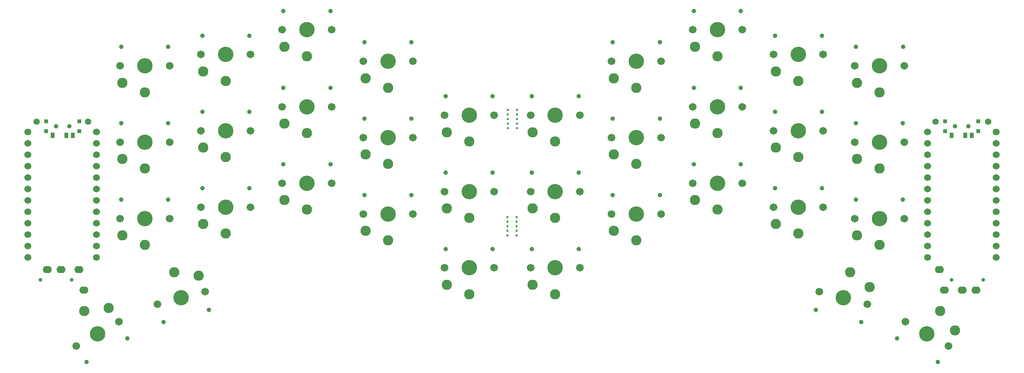
<source format=gbr>
%TF.GenerationSoftware,KiCad,Pcbnew,9.0.2*%
%TF.CreationDate,2025-05-16T23:43:09+01:00*%
%TF.ProjectId,my_sweepv2,6d795f73-7765-4657-9076-322e6b696361,rev?*%
%TF.SameCoordinates,Original*%
%TF.FileFunction,Soldermask,Bot*%
%TF.FilePolarity,Negative*%
%FSLAX46Y46*%
G04 Gerber Fmt 4.6, Leading zero omitted, Abs format (unit mm)*
G04 Created by KiCad (PCBNEW 9.0.2) date 2025-05-16 23:43:09*
%MOMM*%
%LPD*%
G01*
G04 APERTURE LIST*
%ADD10C,1.524000*%
%ADD11C,0.800000*%
%ADD12O,2.000000X1.600000*%
%ADD13C,1.701800*%
%ADD14C,0.990600*%
%ADD15C,3.429000*%
%ADD16C,2.282000*%
%ADD17C,0.500000*%
%ADD18C,1.397000*%
%ADD19C,1.000000*%
%ADD20R,0.900000X0.900000*%
%ADD21R,0.900000X1.250000*%
G04 APERTURE END LIST*
D10*
%TO.C,U1*%
X237789400Y-53086000D03*
X237789400Y-55626000D03*
X237789400Y-58166000D03*
X237789400Y-60706000D03*
X237789400Y-63246000D03*
X237789400Y-65786000D03*
X237789400Y-68326000D03*
X237789400Y-70866000D03*
X237789400Y-73406000D03*
X237789400Y-75946000D03*
X237789400Y-78486000D03*
X237789400Y-81026000D03*
X222569400Y-81026000D03*
X222569400Y-78486000D03*
X222569400Y-75946000D03*
X222569400Y-73406000D03*
X222569400Y-70866000D03*
X222569400Y-68326000D03*
X222569400Y-65786000D03*
X222569400Y-63246000D03*
X222569400Y-60706000D03*
X222569400Y-58166000D03*
X222569400Y-55626000D03*
X222569400Y-53086000D03*
%TD*%
D11*
%TO.C,J2*%
X234874000Y-86052000D03*
X227874000Y-86052000D03*
D12*
X230274000Y-88352000D03*
X233274000Y-88352000D03*
X225174000Y-83752000D03*
X226274000Y-88352000D03*
%TD*%
D13*
%TO.C,SW16*%
X170356000Y-64516000D03*
D14*
X170636000Y-60316000D03*
D15*
X175856000Y-64516000D03*
D14*
X181076000Y-60316000D03*
D13*
X181356000Y-64516000D03*
D16*
X175856000Y-70416000D03*
X170856000Y-68316000D03*
%TD*%
D13*
%TO.C,SW20*%
X227149140Y-100832000D03*
D14*
X224806653Y-104329307D03*
D15*
X222386000Y-98082000D03*
D14*
X215765347Y-99109307D03*
D13*
X217622860Y-95332000D03*
D16*
X225336000Y-92972450D03*
X228616127Y-97291103D03*
%TD*%
D13*
%TO.C,SW15*%
X152356000Y-71374000D03*
D14*
X152636000Y-67174000D03*
D15*
X157856000Y-71374000D03*
D14*
X163076000Y-67174000D03*
D13*
X163356000Y-71374000D03*
D16*
X157856000Y-77274000D03*
X152856000Y-75174000D03*
%TD*%
D13*
%TO.C,SW21*%
X209138592Y-91505505D03*
D14*
X207781093Y-95489924D03*
D15*
X203826000Y-90082000D03*
D14*
X197696827Y-92787853D03*
D13*
X198513408Y-88658495D03*
D16*
X205353032Y-84383038D03*
X209639142Y-87705577D03*
%TD*%
D13*
%TO.C,SW17*%
X188356000Y-69850000D03*
D14*
X188636000Y-65650000D03*
D15*
X193856000Y-69850000D03*
D14*
X199076000Y-65650000D03*
D13*
X199356000Y-69850000D03*
D16*
X193856000Y-75750000D03*
X188856000Y-73650000D03*
%TD*%
D13*
%TO.C,SW18*%
X206336000Y-72390000D03*
D14*
X206616000Y-68190000D03*
D15*
X211836000Y-72390000D03*
D14*
X217056000Y-68190000D03*
D13*
X217336000Y-72390000D03*
D16*
X211836000Y-78290000D03*
X206836000Y-76190000D03*
%TD*%
D13*
%TO.C,SW4*%
X170356000Y-30382000D03*
D14*
X170636000Y-26182000D03*
D15*
X175856000Y-30382000D03*
D14*
X181076000Y-26182000D03*
D13*
X181356000Y-30382000D03*
D16*
X175856000Y-36282000D03*
X170856000Y-34182000D03*
%TD*%
D13*
%TO.C,SW3*%
X152356000Y-37382000D03*
D14*
X152636000Y-33182000D03*
D15*
X157856000Y-37382000D03*
D14*
X163076000Y-33182000D03*
D13*
X163356000Y-37382000D03*
D16*
X157856000Y-43282000D03*
X152856000Y-41182000D03*
%TD*%
D13*
%TO.C,SW9*%
X152356000Y-54356000D03*
D14*
X152636000Y-50156000D03*
D15*
X157856000Y-54356000D03*
D14*
X163076000Y-50156000D03*
D13*
X163356000Y-54356000D03*
D16*
X157856000Y-60256000D03*
X152856000Y-58156000D03*
%TD*%
D13*
%TO.C,SW14*%
X134356000Y-83382000D03*
D14*
X134636000Y-79182000D03*
D15*
X139856000Y-83382000D03*
D14*
X145076000Y-79182000D03*
D13*
X145356000Y-83382000D03*
D16*
X139856000Y-89282000D03*
X134856000Y-87182000D03*
%TD*%
D13*
%TO.C,SW12*%
X206336000Y-55372000D03*
D14*
X206616000Y-51172000D03*
D15*
X211836000Y-55372000D03*
D14*
X217056000Y-51172000D03*
D13*
X217336000Y-55372000D03*
D16*
X211836000Y-61272000D03*
X206836000Y-59172000D03*
%TD*%
D13*
%TO.C,SW11*%
X188356000Y-52832000D03*
D14*
X188636000Y-48632000D03*
D15*
X193856000Y-52832000D03*
D14*
X199076000Y-48632000D03*
D13*
X199356000Y-52832000D03*
D16*
X193856000Y-58732000D03*
X188856000Y-56632000D03*
%TD*%
D13*
%TO.C,SW8*%
X134356000Y-66382000D03*
D14*
X134636000Y-62182000D03*
D15*
X139856000Y-66382000D03*
D14*
X145076000Y-62182000D03*
D13*
X145356000Y-66382000D03*
D16*
X139856000Y-72282000D03*
X134856000Y-70182000D03*
%TD*%
D13*
%TO.C,SW6*%
X206356000Y-38382000D03*
D14*
X206636000Y-34182000D03*
D15*
X211856000Y-38382000D03*
D14*
X217076000Y-34182000D03*
D13*
X217356000Y-38382000D03*
D16*
X211856000Y-44282000D03*
X206856000Y-42182000D03*
%TD*%
D13*
%TO.C,SW5*%
X188356000Y-35882000D03*
D14*
X188636000Y-31682000D03*
D15*
X193856000Y-35882000D03*
D14*
X199076000Y-31682000D03*
D13*
X199356000Y-35882000D03*
D16*
X193856000Y-41782000D03*
X188856000Y-39682000D03*
%TD*%
D13*
%TO.C,SW2*%
X134356000Y-49382000D03*
D14*
X134636000Y-45182000D03*
D15*
X139856000Y-49382000D03*
D14*
X145076000Y-45182000D03*
D13*
X145356000Y-49382000D03*
D16*
X139856000Y-55282000D03*
X134856000Y-53182000D03*
%TD*%
D17*
%TO.C,mouse-bite-2mm-slot*%
X129269481Y-72060748D03*
X129269481Y-73076748D03*
X129269481Y-74092748D03*
X129269481Y-75108748D03*
X129269481Y-76124748D03*
X131301481Y-72060748D03*
X131301481Y-73076748D03*
X131301481Y-74092748D03*
X131301481Y-75108748D03*
X131301481Y-76124748D03*
%TD*%
D13*
%TO.C,SW10*%
X170356000Y-47498000D03*
D14*
X170636000Y-43298000D03*
D15*
X175856000Y-47498000D03*
D14*
X181076000Y-43298000D03*
D13*
X181356000Y-47498000D03*
D16*
X175856000Y-53398000D03*
X170856000Y-51298000D03*
%TD*%
D18*
%TO.C,B+*%
X235966000Y-50800000D03*
%TD*%
%TO.C,B-*%
X224282000Y-50800000D03*
%TD*%
D10*
%TO.C,U2*%
X37937400Y-53086000D03*
X37937400Y-55626000D03*
X37937400Y-58166000D03*
X37937400Y-60706000D03*
X37937400Y-63246000D03*
X37937400Y-65786000D03*
X37937400Y-68326000D03*
X37937400Y-70866000D03*
X37937400Y-73406000D03*
X37937400Y-75946000D03*
X37937400Y-78486000D03*
X37937400Y-81026000D03*
X22717400Y-81026000D03*
X22717400Y-78486000D03*
X22717400Y-75946000D03*
X22717400Y-73406000D03*
X22717400Y-70866000D03*
X22717400Y-68326000D03*
X22717400Y-65786000D03*
X22717400Y-63246000D03*
X22717400Y-60706000D03*
X22717400Y-58166000D03*
X22717400Y-55626000D03*
X22717400Y-53086000D03*
%TD*%
D11*
%TO.C,J1*%
X25476000Y-86052000D03*
X32476000Y-86052000D03*
D12*
X30076000Y-83752000D03*
X27076000Y-83752000D03*
X35176000Y-88352000D03*
X34076000Y-83752000D03*
%TD*%
D13*
%TO.C,SW17_r1*%
X43186000Y-72390000D03*
D14*
X43466000Y-68190000D03*
D15*
X48686000Y-72390000D03*
D14*
X53906000Y-68190000D03*
D13*
X54186000Y-72390000D03*
D16*
X48686000Y-78290000D03*
X43686000Y-76190000D03*
%TD*%
D13*
%TO.C,SW11_r1*%
X61200000Y-52832000D03*
D14*
X61480000Y-48632000D03*
D15*
X66700000Y-52832000D03*
D14*
X71920000Y-48632000D03*
D13*
X72200000Y-52832000D03*
D16*
X66700000Y-58732000D03*
X61700000Y-56632000D03*
%TD*%
D13*
%TO.C,SW15_r1*%
X79188000Y-64516000D03*
D14*
X79468000Y-60316000D03*
D15*
X84688000Y-64516000D03*
D14*
X89908000Y-60316000D03*
D13*
X90188000Y-64516000D03*
D16*
X84688000Y-70416000D03*
X79688000Y-68316000D03*
%TD*%
D13*
%TO.C,SW18_r1*%
X97214000Y-71374000D03*
D14*
X97494000Y-67174000D03*
D15*
X102714000Y-71374000D03*
D14*
X107934000Y-67174000D03*
D13*
X108214000Y-71374000D03*
D16*
X102714000Y-77274000D03*
X97714000Y-75174000D03*
%TD*%
D13*
%TO.C,SW6_r1*%
X43186000Y-38382000D03*
D14*
X43466000Y-34182000D03*
D15*
X48686000Y-38382000D03*
D14*
X53906000Y-34182000D03*
D13*
X54186000Y-38382000D03*
D16*
X48686000Y-44282000D03*
X43686000Y-42182000D03*
%TD*%
D13*
%TO.C,SW5_r1*%
X61200000Y-35882000D03*
D14*
X61480000Y-31682000D03*
D15*
X66700000Y-35882000D03*
D14*
X71920000Y-31682000D03*
D13*
X72200000Y-35882000D03*
D16*
X66700000Y-41782000D03*
X61700000Y-39682000D03*
%TD*%
D13*
%TO.C,SW2_r1*%
X115232000Y-49382000D03*
D14*
X115512000Y-45182000D03*
D15*
X120732000Y-49382000D03*
D14*
X125952000Y-45182000D03*
D13*
X126232000Y-49382000D03*
D16*
X120732000Y-55282000D03*
X115732000Y-53182000D03*
%TD*%
D13*
%TO.C,SW16_r1*%
X61200000Y-69850000D03*
D14*
X61480000Y-65650000D03*
D15*
X66700000Y-69850000D03*
D14*
X71920000Y-65650000D03*
D13*
X72200000Y-69850000D03*
D16*
X66700000Y-75750000D03*
X61700000Y-73650000D03*
%TD*%
D13*
%TO.C,SW4_r1*%
X79188000Y-30382000D03*
D14*
X79468000Y-26182000D03*
D15*
X84688000Y-30382000D03*
D14*
X89908000Y-26182000D03*
D13*
X90188000Y-30382000D03*
D16*
X84688000Y-36282000D03*
X79688000Y-34182000D03*
%TD*%
D13*
%TO.C,SW13_r1*%
X115232000Y-83382000D03*
D14*
X115512000Y-79182000D03*
D15*
X120732000Y-83382000D03*
D14*
X125952000Y-79182000D03*
D13*
X126232000Y-83382000D03*
D16*
X120732000Y-89282000D03*
X115732000Y-87182000D03*
%TD*%
D13*
%TO.C,SW12_r1*%
X43186000Y-55372000D03*
D14*
X43466000Y-51172000D03*
D15*
X48686000Y-55372000D03*
D14*
X53906000Y-51172000D03*
D13*
X54186000Y-55372000D03*
D16*
X48686000Y-61272000D03*
X43686000Y-59172000D03*
%TD*%
D13*
%TO.C,SW3_r1*%
X97214000Y-37382000D03*
D14*
X97494000Y-33182000D03*
D15*
X102714000Y-37382000D03*
D14*
X107934000Y-33182000D03*
D13*
X108214000Y-37382000D03*
D16*
X102714000Y-43282000D03*
X97714000Y-41182000D03*
%TD*%
D13*
%TO.C,SW8_r1*%
X97214000Y-54356000D03*
D14*
X97494000Y-50156000D03*
D15*
X102714000Y-54356000D03*
D14*
X107934000Y-50156000D03*
D13*
X108214000Y-54356000D03*
D16*
X102714000Y-60256000D03*
X97714000Y-58156000D03*
%TD*%
D13*
%TO.C,SW21_r1*%
X62090592Y-88658495D03*
D14*
X62907173Y-92787853D03*
D15*
X56778000Y-90082000D03*
D14*
X52822907Y-95489924D03*
D13*
X51465408Y-91505505D03*
D16*
X55250968Y-84383038D03*
X60624117Y-85117387D03*
%TD*%
D13*
%TO.C,SW9_r1*%
X79188000Y-47498000D03*
D14*
X79468000Y-43298000D03*
D15*
X84688000Y-47498000D03*
D14*
X89908000Y-43298000D03*
D13*
X90188000Y-47498000D03*
D16*
X84688000Y-53398000D03*
X79688000Y-51298000D03*
%TD*%
D13*
%TO.C,SW20_r1*%
X42981140Y-95332000D03*
D14*
X44838653Y-99109307D03*
D15*
X38218000Y-98082000D03*
D14*
X35797347Y-104329307D03*
D13*
X33454860Y-100832000D03*
D16*
X35268000Y-92972450D03*
X40648127Y-92291103D03*
%TD*%
D13*
%TO.C,SW7_r1*%
X115232000Y-66382000D03*
D14*
X115512000Y-62182000D03*
D15*
X120732000Y-66382000D03*
D14*
X125952000Y-62182000D03*
D13*
X126232000Y-66382000D03*
D16*
X120732000Y-72282000D03*
X115732000Y-70182000D03*
%TD*%
D18*
%TO.C,B-*%
X36068000Y-50800000D03*
%TD*%
%TO.C,B+*%
X24638000Y-50800000D03*
%TD*%
D17*
%TO.C,mouse-bite-2mm-slot*%
X129337938Y-48234000D03*
X129337938Y-49250000D03*
X129337938Y-50266000D03*
X129337938Y-51282000D03*
X129337938Y-52298000D03*
X131369938Y-48234000D03*
X131369938Y-49250000D03*
X131369938Y-50266000D03*
X131369938Y-51282000D03*
X131369938Y-52298000D03*
%TD*%
D19*
%TO.C,POWER SW*%
X231624000Y-51816000D03*
X228624000Y-51816000D03*
D20*
X233824000Y-52916000D03*
X233824000Y-50716000D03*
X226424000Y-52916000D03*
X226424000Y-50716000D03*
D21*
X227874000Y-53891000D03*
X230874000Y-53891000D03*
X232374000Y-53891000D03*
%TD*%
D19*
%TO.C,POWER SW*%
X31980000Y-51816000D03*
X28980000Y-51816000D03*
D20*
X34180000Y-52916000D03*
X34180000Y-50716000D03*
X26780000Y-52916000D03*
X26780000Y-50716000D03*
D21*
X28230000Y-53891000D03*
X31230000Y-53891000D03*
X32730000Y-53891000D03*
%TD*%
M02*

</source>
